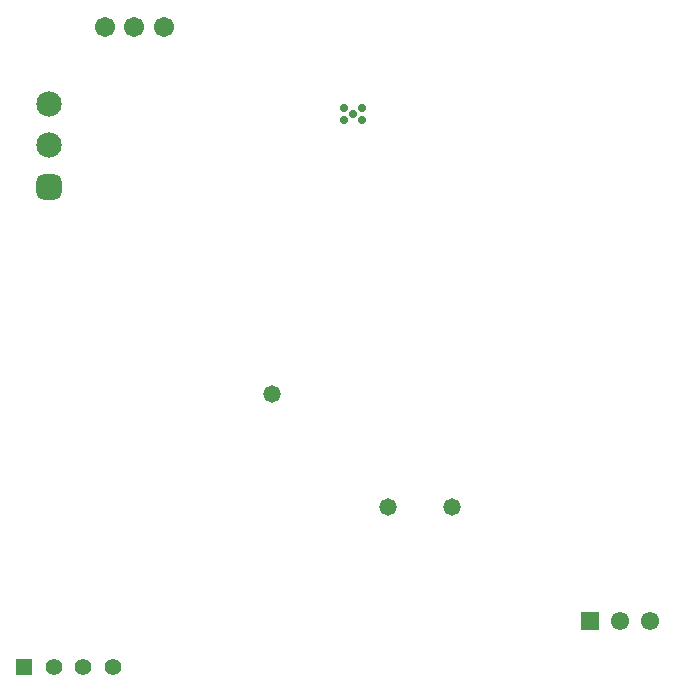
<source format=gbs>
%FSTAX23Y23*%
%MOIN*%
%SFA1B1*%

%IPPOS*%
%AMD51*
4,1,8,-0.042400,0.019200,-0.042400,-0.019200,-0.019200,-0.042400,0.019200,-0.042400,0.042400,-0.019200,0.042400,0.019200,0.019200,0.042400,-0.019200,0.042400,-0.042400,0.019200,0.0*
1,1,0.046380,-0.019200,0.019200*
1,1,0.046380,-0.019200,-0.019200*
1,1,0.046380,0.019200,-0.019200*
1,1,0.046380,0.019200,0.019200*
%
%ADD45C,0.055120*%
%ADD46R,0.055120X0.055120*%
%ADD47C,0.067060*%
%ADD48R,0.061020X0.061020*%
%ADD49C,0.061020*%
%ADD50C,0.084770*%
G04~CAMADD=51~8~0.0~0.0~847.7~847.7~231.9~0.0~15~0.0~0.0~0.0~0.0~0~0.0~0.0~0.0~0.0~0~0.0~0.0~0.0~90.0~848.0~848.0*
%ADD51D51*%
%ADD52C,0.058000*%
%ADD53C,0.027690*%
%ADD54C,0.028000*%
%LNmblps_transreceiver_pcb_2-1*%
%LPD*%
G54D45*
X00398Y00115D03*
X003D03*
X00201D03*
G54D46*
X00103Y00115D03*
G54D47*
X00371Y0225D03*
X0047D03*
X00568D03*
G54D48*
X0199Y0027D03*
G54D49*
X0209Y0027D03*
X0219D03*
G54D50*
X00186Y01855D03*
Y01992D03*
G54D51*
X00186Y01717D03*
G54D52*
X0093Y01025D03*
X01315Y0065D03*
X0153D03*
G54D53*
X0117Y0194D03*
Y01979D03*
X01229D03*
Y0194D03*
G54D54*
X012Y0196D03*
M02*
</source>
